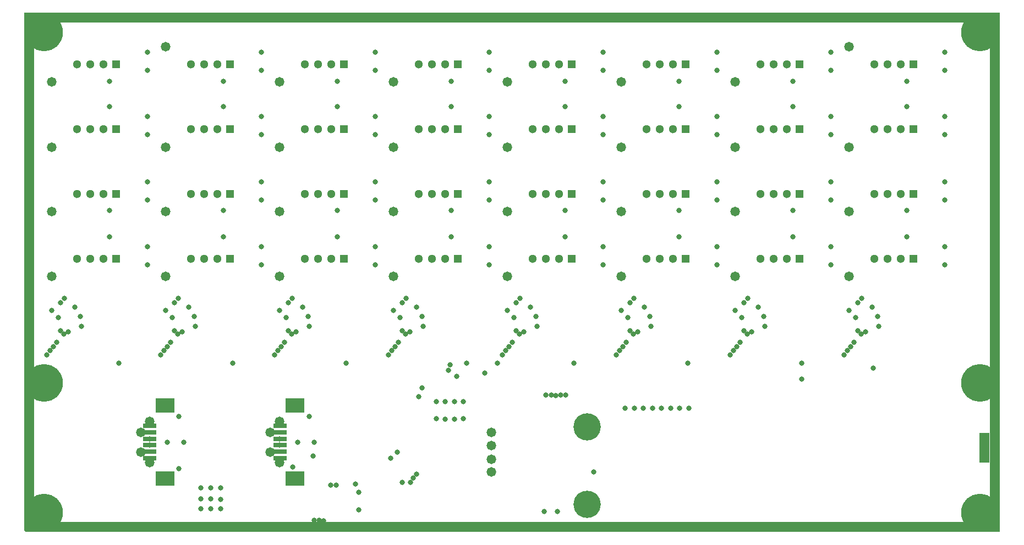
<source format=gbs>
G04*
G04 #@! TF.GenerationSoftware,Altium Limited,Altium Designer,22.9.1 (49)*
G04*
G04 Layer_Color=16711935*
%FSLAX25Y25*%
%MOIN*%
G70*
G04*
G04 #@! TF.SameCoordinates,EA2DCB70-2D32-4E2D-AF08-B15159FC065B*
G04*
G04*
G04 #@! TF.FilePolarity,Negative*
G04*
G01*
G75*
%ADD39R,0.08280X0.03162*%
%ADD40R,0.11824X0.09068*%
%ADD58C,0.16548*%
%ADD59C,0.05118*%
%ADD60R,0.05118X0.05118*%
%ADD61C,0.03162*%
%ADD62C,0.22847*%
%ADD63C,0.05800*%
G36*
X591000Y0D02*
X653D01*
X462Y462D01*
X0Y653D01*
Y315000D01*
X591000D01*
Y0D01*
D02*
G37*
%LPC*%
G36*
X585000Y309000D02*
X6000D01*
Y6000D01*
X585000D01*
Y309000D01*
D02*
G37*
%LPD*%
G36*
X584500Y42000D02*
X578500D01*
Y60000D01*
X584500D01*
Y42000D01*
D02*
G37*
D39*
X75992Y52649D02*
D03*
Y60523D02*
D03*
Y44776D02*
D03*
Y64460D02*
D03*
Y48713D02*
D03*
Y56586D02*
D03*
X154732Y52649D02*
D03*
Y60523D02*
D03*
Y44776D02*
D03*
Y64460D02*
D03*
Y48713D02*
D03*
Y56586D02*
D03*
D40*
X85244Y76862D02*
D03*
Y32374D02*
D03*
X163984Y76862D02*
D03*
Y32374D02*
D03*
D58*
X341000Y63913D02*
D03*
Y16913D02*
D03*
D59*
X446031Y283858D02*
D03*
X453905D02*
D03*
X461779D02*
D03*
X446031Y244488D02*
D03*
X453905D02*
D03*
X461779D02*
D03*
X446031Y205118D02*
D03*
X453905D02*
D03*
X461779D02*
D03*
X446031Y165748D02*
D03*
X453905D02*
D03*
X461779D02*
D03*
X239031Y283858D02*
D03*
X246905D02*
D03*
X254779D02*
D03*
X239031Y244488D02*
D03*
X246905D02*
D03*
X254779D02*
D03*
X239031Y205118D02*
D03*
X246905D02*
D03*
X254779D02*
D03*
X239031Y165748D02*
D03*
X246905D02*
D03*
X254779D02*
D03*
X32032Y283858D02*
D03*
X39906D02*
D03*
X47780D02*
D03*
X32032Y244488D02*
D03*
X39906D02*
D03*
X47780D02*
D03*
X32032Y205118D02*
D03*
X39906D02*
D03*
X47780D02*
D03*
X32032Y165748D02*
D03*
X39906D02*
D03*
X47780D02*
D03*
X515032Y283858D02*
D03*
X522906D02*
D03*
X530780D02*
D03*
X515032Y244488D02*
D03*
X522906D02*
D03*
X530780D02*
D03*
X515032Y205118D02*
D03*
X522906D02*
D03*
X530780D02*
D03*
X515032Y165748D02*
D03*
X522906D02*
D03*
X530780D02*
D03*
X377032Y283858D02*
D03*
X384906D02*
D03*
X392780D02*
D03*
X377032Y244488D02*
D03*
X384906D02*
D03*
X392780D02*
D03*
X377032Y205118D02*
D03*
X384906D02*
D03*
X392780D02*
D03*
X377032Y165748D02*
D03*
X384906D02*
D03*
X392780D02*
D03*
X308032Y283858D02*
D03*
X315906D02*
D03*
X323780D02*
D03*
X308032Y244488D02*
D03*
X315906D02*
D03*
X323780D02*
D03*
X308032Y205118D02*
D03*
X315906D02*
D03*
X323780D02*
D03*
X308032Y165748D02*
D03*
X315906D02*
D03*
X323780D02*
D03*
X170032Y283858D02*
D03*
X177906D02*
D03*
X185780D02*
D03*
X170032Y244488D02*
D03*
X177906D02*
D03*
X185780D02*
D03*
X170032Y205118D02*
D03*
X177906D02*
D03*
X185780D02*
D03*
X170032Y165748D02*
D03*
X177906D02*
D03*
X185780D02*
D03*
X101032Y283858D02*
D03*
X108906D02*
D03*
X116780D02*
D03*
X101032Y244488D02*
D03*
X108906D02*
D03*
X116780D02*
D03*
X101032Y205118D02*
D03*
X108906D02*
D03*
X116780D02*
D03*
X101032Y165748D02*
D03*
X108906D02*
D03*
X116780D02*
D03*
D60*
X469653Y283858D02*
D03*
Y244488D02*
D03*
Y205118D02*
D03*
Y165748D02*
D03*
X262653Y283858D02*
D03*
Y244488D02*
D03*
Y205118D02*
D03*
Y165748D02*
D03*
X55654Y283858D02*
D03*
Y244488D02*
D03*
Y205118D02*
D03*
Y165748D02*
D03*
X538654Y283858D02*
D03*
Y244488D02*
D03*
Y205118D02*
D03*
Y165748D02*
D03*
X400654Y283858D02*
D03*
Y244488D02*
D03*
Y205118D02*
D03*
Y165748D02*
D03*
X331654Y283858D02*
D03*
Y244488D02*
D03*
Y205118D02*
D03*
Y165748D02*
D03*
X193654Y283858D02*
D03*
Y244488D02*
D03*
Y205118D02*
D03*
Y165748D02*
D03*
X124654Y283858D02*
D03*
Y244488D02*
D03*
Y205118D02*
D03*
Y165748D02*
D03*
D61*
X119000Y26648D02*
D03*
X112980Y26629D02*
D03*
X106980D02*
D03*
X172500Y70020D02*
D03*
X86500Y54520D02*
D03*
X162500Y39520D02*
D03*
X265776Y68744D02*
D03*
X324916Y83020D02*
D03*
X255000Y68520D02*
D03*
X260500D02*
D03*
X225879Y48338D02*
D03*
X471000Y92888D02*
D03*
X333000Y102520D02*
D03*
X319085Y83020D02*
D03*
X322000Y82935D02*
D03*
X316000Y83020D02*
D03*
X328000D02*
D03*
X402000Y102520D02*
D03*
X234000Y30020D02*
D03*
X235681Y32627D02*
D03*
X237500Y35020D02*
D03*
X195000Y102520D02*
D03*
X345000Y36520D02*
D03*
X315000Y12520D02*
D03*
X202500Y13520D02*
D03*
X323000Y12520D02*
D03*
X364000Y75020D02*
D03*
X375000D02*
D03*
X380500D02*
D03*
X386000D02*
D03*
X255000Y79020D02*
D03*
X266000D02*
D03*
X260500D02*
D03*
X249500D02*
D03*
X514179Y99488D02*
D03*
X496500Y107520D02*
D03*
X249470Y68701D02*
D03*
X257000Y98020D02*
D03*
X262000Y94520D02*
D03*
X402500Y75201D02*
D03*
X391500Y75020D02*
D03*
X397000D02*
D03*
X369500D02*
D03*
X57071Y102591D02*
D03*
X126071Y102520D02*
D03*
X286500D02*
D03*
X471000D02*
D03*
X189000Y28520D02*
D03*
X185500D02*
D03*
X229000Y30020D02*
D03*
X202500Y24020D02*
D03*
X239000Y82020D02*
D03*
X221750Y44776D02*
D03*
X200500Y29020D02*
D03*
X241000Y87520D02*
D03*
X279000Y96520D02*
D03*
X268000Y102520D02*
D03*
X257734Y101339D02*
D03*
X222681Y110020D02*
D03*
X224500Y112520D02*
D03*
X220500Y107520D02*
D03*
X13500D02*
D03*
X93500Y70020D02*
D03*
Y38520D02*
D03*
X119000Y14020D02*
D03*
X113000Y20020D02*
D03*
X107000D02*
D03*
Y14020D02*
D03*
X113000D02*
D03*
X119042Y19882D02*
D03*
X178413Y7023D02*
D03*
X181274Y6915D02*
D03*
X175500Y7020D02*
D03*
X175000Y46020D02*
D03*
X175500Y54520D02*
D03*
X165500D02*
D03*
X96500D02*
D03*
X75980Y52649D02*
D03*
X154720D02*
D03*
Y56586D02*
D03*
X75980D02*
D03*
X19500Y115020D02*
D03*
X88500D02*
D03*
X157500D02*
D03*
X226500D02*
D03*
X295500D02*
D03*
X364500D02*
D03*
X502500D02*
D03*
X17500Y112520D02*
D03*
X86500D02*
D03*
X155500D02*
D03*
X293500D02*
D03*
X362500D02*
D03*
X500500D02*
D03*
X15681Y110020D02*
D03*
X84681D02*
D03*
X153681D02*
D03*
X291681D02*
D03*
X360681D02*
D03*
X498681D02*
D03*
X82500Y107520D02*
D03*
X151500D02*
D03*
X289500D02*
D03*
X358500D02*
D03*
X427500D02*
D03*
X20500Y130020D02*
D03*
X16500Y134520D02*
D03*
X74500Y201520D02*
D03*
X34476Y124838D02*
D03*
X74500Y280020D02*
D03*
X30500Y136520D02*
D03*
X74500Y162020D02*
D03*
X26500Y121338D02*
D03*
X74500Y241020D02*
D03*
X21976Y139020D02*
D03*
X51500Y179020D02*
D03*
Y195020D02*
D03*
Y258020D02*
D03*
Y273520D02*
D03*
X74500Y173020D02*
D03*
X23976Y119988D02*
D03*
X74500Y252020D02*
D03*
X34000Y130701D02*
D03*
X74500Y212520D02*
D03*
X21819Y122020D02*
D03*
X74500Y291020D02*
D03*
X24157Y141812D02*
D03*
X89500Y130020D02*
D03*
X85500Y134520D02*
D03*
X143500Y201520D02*
D03*
X103476Y124838D02*
D03*
X143500Y280020D02*
D03*
X99500Y136520D02*
D03*
X143500Y162020D02*
D03*
X95500Y121338D02*
D03*
X143500Y241020D02*
D03*
X90976Y139020D02*
D03*
X120500Y179020D02*
D03*
Y195020D02*
D03*
Y258020D02*
D03*
Y273520D02*
D03*
X143500Y173020D02*
D03*
X92976Y119988D02*
D03*
X143500Y252020D02*
D03*
X103000Y130701D02*
D03*
X143500Y212520D02*
D03*
X90819Y122020D02*
D03*
X143500Y291020D02*
D03*
X93157Y141812D02*
D03*
X158500Y130020D02*
D03*
X154500Y134520D02*
D03*
X212500Y201520D02*
D03*
X172476Y124838D02*
D03*
X212500Y280020D02*
D03*
X168500Y136520D02*
D03*
X212500Y162020D02*
D03*
X164500Y121338D02*
D03*
X212500Y241020D02*
D03*
X159976Y139020D02*
D03*
X189500Y179020D02*
D03*
Y195020D02*
D03*
Y258020D02*
D03*
Y273520D02*
D03*
X212500Y173020D02*
D03*
X161976Y119988D02*
D03*
X212500Y252020D02*
D03*
X172000Y130701D02*
D03*
X212500Y212520D02*
D03*
X159819Y122020D02*
D03*
X212500Y291020D02*
D03*
X162157Y141812D02*
D03*
X227500Y130020D02*
D03*
X223500Y134520D02*
D03*
X281500Y201520D02*
D03*
X241476Y124838D02*
D03*
X281500Y280020D02*
D03*
X237500Y136520D02*
D03*
X281500Y162020D02*
D03*
X233500Y121338D02*
D03*
X281500Y241020D02*
D03*
X228976Y139020D02*
D03*
X258500Y179020D02*
D03*
Y195020D02*
D03*
Y258020D02*
D03*
Y273520D02*
D03*
X281500Y173020D02*
D03*
X230976Y119988D02*
D03*
X281500Y252020D02*
D03*
X241000Y130701D02*
D03*
X281500Y212520D02*
D03*
X228819Y122020D02*
D03*
X281500Y291020D02*
D03*
X231157Y141812D02*
D03*
X296500Y130020D02*
D03*
X292500Y134520D02*
D03*
X350500Y201520D02*
D03*
X310476Y124838D02*
D03*
X350500Y280020D02*
D03*
X306500Y136520D02*
D03*
X350500Y162020D02*
D03*
X302500Y121338D02*
D03*
X350500Y241020D02*
D03*
X297976Y139020D02*
D03*
X327500Y179020D02*
D03*
Y195020D02*
D03*
Y258020D02*
D03*
Y273520D02*
D03*
X350500Y173020D02*
D03*
X299976Y119988D02*
D03*
X350500Y252020D02*
D03*
X310000Y130701D02*
D03*
X350500Y212520D02*
D03*
X297819Y122020D02*
D03*
X350500Y291020D02*
D03*
X300157Y141812D02*
D03*
X365500Y130020D02*
D03*
X361500Y134520D02*
D03*
X419500Y201520D02*
D03*
X379476Y124838D02*
D03*
X419500Y280020D02*
D03*
X375500Y136520D02*
D03*
X419500Y162020D02*
D03*
X371500Y121338D02*
D03*
X419500Y241020D02*
D03*
X366976Y139020D02*
D03*
X396500Y179020D02*
D03*
Y195020D02*
D03*
Y258020D02*
D03*
Y273520D02*
D03*
X419500Y173020D02*
D03*
X368976Y119988D02*
D03*
X419500Y252020D02*
D03*
X379000Y130701D02*
D03*
X419500Y212520D02*
D03*
X366819Y122020D02*
D03*
X419500Y291020D02*
D03*
X369157Y141812D02*
D03*
X429681Y110020D02*
D03*
X431500Y112520D02*
D03*
X433500Y115020D02*
D03*
X434500Y130020D02*
D03*
X430500Y134520D02*
D03*
X488500Y201520D02*
D03*
X448476Y124838D02*
D03*
X488500Y280020D02*
D03*
X444500Y136520D02*
D03*
X488500Y162020D02*
D03*
X440500Y121338D02*
D03*
X488500Y241020D02*
D03*
X435976Y139020D02*
D03*
X465500Y179020D02*
D03*
Y195020D02*
D03*
Y258020D02*
D03*
Y273520D02*
D03*
X488500Y173020D02*
D03*
X437976Y119988D02*
D03*
X488500Y252020D02*
D03*
X448000Y130701D02*
D03*
X488500Y212520D02*
D03*
X435819Y122020D02*
D03*
X488500Y291020D02*
D03*
X438157Y141812D02*
D03*
X503500Y130020D02*
D03*
X513500Y136520D02*
D03*
X504976Y139020D02*
D03*
X517000Y130701D02*
D03*
X506976Y119988D02*
D03*
X509500Y121338D02*
D03*
X517476Y124838D02*
D03*
X507157Y141812D02*
D03*
X504819Y122020D02*
D03*
X499500Y134520D02*
D03*
X534500Y179020D02*
D03*
Y195020D02*
D03*
Y258020D02*
D03*
Y273520D02*
D03*
X557500Y162020D02*
D03*
Y173020D02*
D03*
Y291020D02*
D03*
Y280020D02*
D03*
Y252020D02*
D03*
Y241020D02*
D03*
Y212520D02*
D03*
Y201520D02*
D03*
D62*
X11811Y11811D02*
D03*
X578740Y303150D02*
D03*
Y90551D02*
D03*
Y11811D02*
D03*
X11811Y90551D02*
D03*
Y303150D02*
D03*
D63*
X283000Y52520D02*
D03*
Y36520D02*
D03*
Y44020D02*
D03*
Y60520D02*
D03*
X154500Y42020D02*
D03*
X76000Y67020D02*
D03*
Y42020D02*
D03*
X154500Y67020D02*
D03*
X149000Y60520D02*
D03*
Y48520D02*
D03*
X70500D02*
D03*
Y60520D02*
D03*
X499500Y294520D02*
D03*
X16500Y155020D02*
D03*
Y233520D02*
D03*
Y194520D02*
D03*
Y273020D02*
D03*
X85500Y155020D02*
D03*
Y233520D02*
D03*
Y194520D02*
D03*
Y294520D02*
D03*
X154500Y155020D02*
D03*
Y233520D02*
D03*
Y194520D02*
D03*
Y273020D02*
D03*
X223500Y155020D02*
D03*
Y233520D02*
D03*
Y194520D02*
D03*
Y273020D02*
D03*
X292500Y155020D02*
D03*
Y233520D02*
D03*
Y194520D02*
D03*
Y273020D02*
D03*
X361500Y155020D02*
D03*
Y233520D02*
D03*
Y194520D02*
D03*
Y273020D02*
D03*
X430500Y155020D02*
D03*
Y233520D02*
D03*
Y194520D02*
D03*
Y273020D02*
D03*
X499500Y233520D02*
D03*
Y194520D02*
D03*
Y155020D02*
D03*
M02*

</source>
